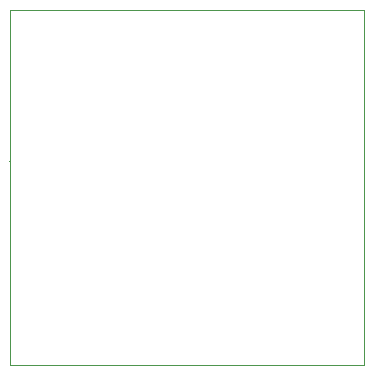
<source format=gbr>
%TF.GenerationSoftware,KiCad,Pcbnew,9.0.0*%
%TF.CreationDate,2025-03-31T12:17:34+01:00*%
%TF.ProjectId,vm_rgb_ring_0.2,766d5f72-6762-45f7-9269-6e675f302e32,v0.2*%
%TF.SameCoordinates,PX4f64b50PY4749830*%
%TF.FileFunction,Other,User*%
%FSLAX45Y45*%
G04 Gerber Fmt 4.5, Leading zero omitted, Abs format (unit mm)*
G04 Created by KiCad (PCBNEW 9.0.0) date 2025-03-31 12:17:34*
%MOMM*%
%LPD*%
G01*
G04 APERTURE LIST*
%ADD10C,0.100000*%
%ADD11C,0.160000*%
%ADD12C,0.130000*%
%ADD13C,0.140000*%
%ADD14C,0.170000*%
%ADD15C,0.120000*%
%ADD16C,0.110000*%
G04 APERTURE END LIST*
D10*
X-1500000Y1500000D02*
X1500000Y1500000D01*
X1500000Y-1500000D01*
X-1500000Y-1500000D01*
X-1500000Y1500000D01*
D11*
%TO.C,GS5*%
X375000Y1500000D02*
X375000Y1500000D01*
D12*
%TO.C,GS3*%
X-1500000Y225000D02*
X-1500000Y225000D01*
D13*
%TO.C,GS4*%
X175000Y1500000D02*
X175000Y1500000D01*
D14*
%TO.C,GS6*%
X-25000Y1500000D02*
X-25000Y1500000D01*
D15*
%TO.C,GS2*%
X-1500000Y-275000D02*
X-1500000Y-275000D01*
D16*
%TO.C,GS1*%
X-1500000Y-25000D02*
X-1500000Y-25000D01*
%TD*%
M02*

</source>
